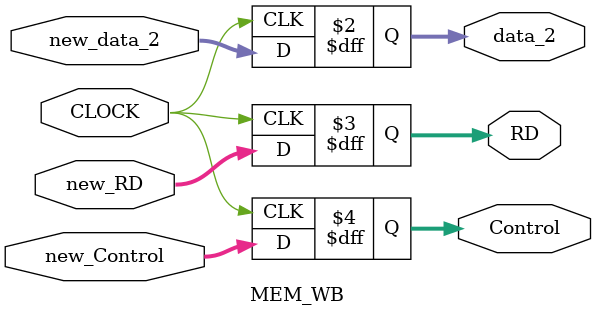
<source format=v>

module MEM_WB(
	input wire CLOCK,
	input wire [31:0]new_data_2,
	input wire [4:0]new_RD,
	input wire [31:0]new_Control,
	
	output reg [31:0]data_2,
	output reg [4:0]RD,
	output reg [31:0]Control);
	
	always @(posedge CLOCK) begin
		RD <= new_RD;
		data_2 <= new_data_2;
		Control <= new_Control;
	end
endmodule

</source>
